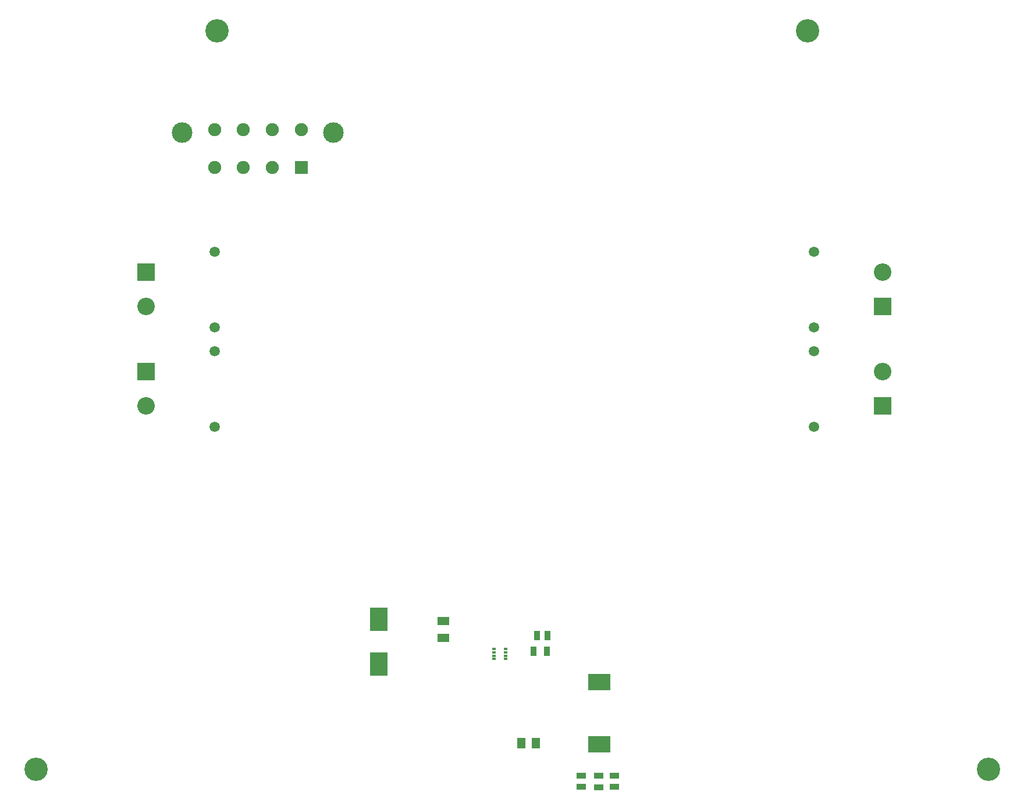
<source format=gbr>
%TF.GenerationSoftware,Altium Limited,Altium Designer,23.6.0 (18)*%
G04 Layer_Color=255*
%FSLAX45Y45*%
%MOMM*%
%TF.SameCoordinates,CA757A27-890D-4031-9470-5F8B39CF6935*%
%TF.FilePolarity,Positive*%
%TF.FileFunction,Pads,Bot*%
%TF.Part,Single*%
G01*
G75*
%TA.AperFunction,SMDPad,CuDef*%
%ADD23R,1.47000X0.97000*%
%TA.AperFunction,ViaPad*%
%ADD35C,3.40000*%
%TA.AperFunction,ComponentPad*%
%ADD36C,1.50800*%
%ADD37C,2.55000*%
%ADD38R,2.55000X2.55000*%
%ADD39R,1.90000X1.90000*%
%ADD40C,1.90000*%
%ADD41C,3.00000*%
%TA.AperFunction,SMDPad,CuDef*%
%ADD44R,0.95000X1.35000*%
%ADD45R,0.95000X1.45000*%
%ADD46R,3.30000X2.40000*%
%ADD47R,1.35000X0.95000*%
%ADD48R,1.20651X1.50822*%
%ADD49R,2.50000X3.50000*%
%ADD50R,1.70620X1.20443*%
%ADD51R,0.47500X0.30000*%
D23*
X11341100Y2971537D02*
D03*
Y3137541D02*
D03*
D35*
X17012000Y3238999D02*
D03*
X5785401Y13986131D02*
D03*
X3155593Y3238999D02*
D03*
X14382193Y13986131D02*
D03*
D36*
X5753098Y9325698D02*
D03*
Y8225701D02*
D03*
X5753100Y10773501D02*
D03*
Y9673499D02*
D03*
X14478000Y8225699D02*
D03*
Y9325701D02*
D03*
Y10773501D02*
D03*
Y9673499D02*
D03*
D37*
X4753100Y8525700D02*
D03*
X4753102Y9973498D02*
D03*
X15477998Y9025702D02*
D03*
Y10473502D02*
D03*
D38*
X4753100Y9025699D02*
D03*
X4753102Y10473502D02*
D03*
X15477998Y8525698D02*
D03*
Y9973498D02*
D03*
D39*
X7012198Y12001500D02*
D03*
D40*
X6592199D02*
D03*
X6172200D02*
D03*
X5752201D02*
D03*
X7012198Y12551501D02*
D03*
X6592199D02*
D03*
X6172200D02*
D03*
X5752201D02*
D03*
D41*
X7482200Y12505502D02*
D03*
X5282199D02*
D03*
D44*
X10601640Y5181600D02*
D03*
X10441641D02*
D03*
D45*
X10396799Y4953000D02*
D03*
X10591800D02*
D03*
D46*
X11353800Y4506300D02*
D03*
Y3596300D02*
D03*
D47*
X11087101Y2980700D02*
D03*
Y3140700D02*
D03*
X11569700Y2978542D02*
D03*
Y3138541D02*
D03*
D48*
X10220015Y3619500D02*
D03*
X10430185D02*
D03*
D49*
X8140700Y5417698D02*
D03*
Y4767702D02*
D03*
D50*
X9080500Y5145410D02*
D03*
Y5395590D02*
D03*
D51*
X9989800Y4839899D02*
D03*
Y4889901D02*
D03*
Y4939899D02*
D03*
Y4989901D02*
D03*
X9822200D02*
D03*
Y4939899D02*
D03*
Y4889901D02*
D03*
Y4839899D02*
D03*
%TF.MD5,789033618e9c633563dbdd98966bc635*%
M02*

</source>
